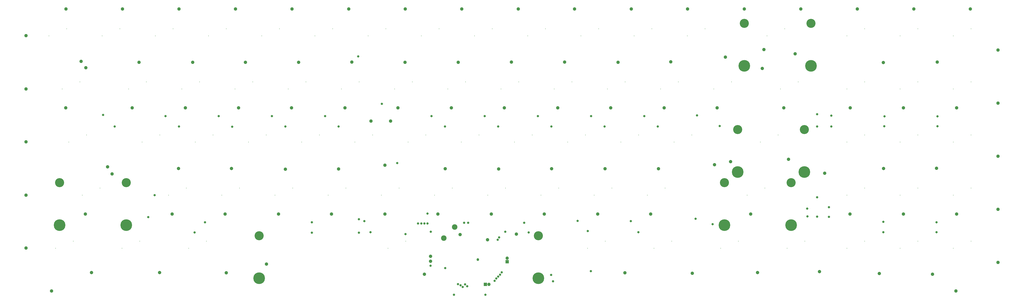
<source format=gts>
G04*
G04 #@! TF.GenerationSoftware,Altium Limited,Altium Designer,20.1.14 (287)*
G04*
G04 Layer_Color=8388736*
%FSLAX25Y25*%
%MOIN*%
G70*
G04*
G04 #@! TF.SameCoordinates,F18565B3-5AEE-427A-983D-E8141EFD77F9*
G04*
G04*
G04 #@! TF.FilePolarity,Negative*
G04*
G01*
G75*
%ADD12C,0.00800*%
%ADD13C,0.12800*%
%ADD14C,0.16500*%
%ADD15C,0.07800*%
%ADD16C,0.04737*%
%ADD17R,0.04737X0.04737*%
%ADD18R,0.04737X0.04737*%
%ADD19C,0.03200*%
%ADD20C,0.04800*%
%ADD21C,0.03800*%
D12*
X121131Y371129D02*
D03*
X146131Y381129D02*
D03*
X221131D02*
D03*
X196131Y371129D02*
D03*
X271131D02*
D03*
X296131Y381129D02*
D03*
X371131D02*
D03*
X346131Y371129D02*
D03*
X421125D02*
D03*
X446125Y381129D02*
D03*
X521129Y381132D02*
D03*
X496129Y371132D02*
D03*
X646133Y371129D02*
D03*
X671133Y381129D02*
D03*
X746133D02*
D03*
X721133Y371129D02*
D03*
X796133D02*
D03*
X821133Y381129D02*
D03*
X896133D02*
D03*
X871133Y371129D02*
D03*
X946133D02*
D03*
X971133Y381129D02*
D03*
X1083633D02*
D03*
X1058633Y371129D02*
D03*
X1171133D02*
D03*
X1196133Y381129D02*
D03*
X1271130Y381131D02*
D03*
X1246130Y371131D02*
D03*
X1321133Y371129D02*
D03*
X1346133Y381129D02*
D03*
X99253Y231125D02*
D03*
X74253Y221125D02*
D03*
X177379Y221126D02*
D03*
X202379Y231126D02*
D03*
X277379D02*
D03*
X252379Y221126D02*
D03*
X327379D02*
D03*
X352379Y231126D02*
D03*
X427379Y231126D02*
D03*
X402379Y221126D02*
D03*
X477379Y221127D02*
D03*
X502379Y231126D02*
D03*
X577379D02*
D03*
X552379Y221127D02*
D03*
X627379D02*
D03*
X652379Y231126D02*
D03*
X727379D02*
D03*
X702379Y221127D02*
D03*
X777379D02*
D03*
X802379Y231126D02*
D03*
X877379D02*
D03*
X852379Y221127D02*
D03*
X927379D02*
D03*
X952379Y231126D02*
D03*
X1074253D02*
D03*
X1049253Y221127D02*
D03*
X1086753Y71127D02*
D03*
X1111753Y81127D02*
D03*
X1196133Y231129D02*
D03*
X1171133Y221129D02*
D03*
X1246133D02*
D03*
X1271133Y231129D02*
D03*
X1346133Y231129D02*
D03*
X1321133Y221129D02*
D03*
X55503Y71126D02*
D03*
X80503Y81126D02*
D03*
X174254Y81126D02*
D03*
X149254Y71126D02*
D03*
X243004Y71126D02*
D03*
X268004Y81126D02*
D03*
X549253Y81127D02*
D03*
X524253Y71127D02*
D03*
X805505D02*
D03*
X830505Y81127D02*
D03*
X924253D02*
D03*
X899253Y71127D02*
D03*
X993005D02*
D03*
X1018005Y81127D02*
D03*
X1196133Y81129D02*
D03*
X1171133Y71129D02*
D03*
X1321133Y71129D02*
D03*
X1346133Y81129D02*
D03*
X71128Y381131D02*
D03*
X46128Y371131D02*
D03*
X1246133Y71129D02*
D03*
X1271133Y81129D02*
D03*
X596133Y381129D02*
D03*
X571133Y371129D02*
D03*
X158631Y296129D02*
D03*
X183631Y306129D02*
D03*
X233631Y296129D02*
D03*
X258631Y306129D02*
D03*
X308631Y296129D02*
D03*
X333631Y306129D02*
D03*
X383632Y296129D02*
D03*
X408632Y306129D02*
D03*
X458633Y296129D02*
D03*
X483633Y306129D02*
D03*
X608633Y296129D02*
D03*
X633633Y306129D02*
D03*
X683633Y296129D02*
D03*
X708633Y306129D02*
D03*
X758633Y296129D02*
D03*
X783633Y306129D02*
D03*
X833633Y296129D02*
D03*
X858633Y306129D02*
D03*
X908633Y296129D02*
D03*
X933633Y306129D02*
D03*
X983633Y296129D02*
D03*
X1008633Y306129D02*
D03*
X1077379Y296127D02*
D03*
X1102379Y306126D02*
D03*
X1171133Y296129D02*
D03*
X1196133Y306129D02*
D03*
X1246133Y296129D02*
D03*
X1271133Y306129D02*
D03*
X1321133Y296129D02*
D03*
X1346133Y306129D02*
D03*
X93003Y146126D02*
D03*
X118003Y156126D02*
D03*
X214879Y146126D02*
D03*
X239879Y156126D02*
D03*
X289879Y146126D02*
D03*
X314879Y156126D02*
D03*
X364879Y146126D02*
D03*
X389879Y156126D02*
D03*
X439879Y146127D02*
D03*
X464879Y156127D02*
D03*
X514879Y146127D02*
D03*
X539879Y156127D02*
D03*
X589879Y146127D02*
D03*
X614879Y156127D02*
D03*
X664879Y146127D02*
D03*
X689879Y156127D02*
D03*
X739879Y146127D02*
D03*
X764879Y156127D02*
D03*
X814879Y146127D02*
D03*
X839879Y156127D02*
D03*
X889879Y146127D02*
D03*
X914879Y156127D02*
D03*
X1030505Y146127D02*
D03*
X1055505Y156127D02*
D03*
X1171133Y146129D02*
D03*
X1196133Y156129D02*
D03*
X1246133Y146129D02*
D03*
X1271133Y156129D02*
D03*
X1321133Y146129D02*
D03*
X1346133Y156129D02*
D03*
X64878Y296126D02*
D03*
X89878Y306126D02*
D03*
X533633Y296129D02*
D03*
X558633Y306129D02*
D03*
D13*
X342378Y88627D02*
D03*
X736128D02*
D03*
X61003Y163626D02*
D03*
X155003D02*
D03*
X998505Y163627D02*
D03*
X1092505D02*
D03*
X1017253Y238627D02*
D03*
X1111253D02*
D03*
X1026633Y388629D02*
D03*
X1120633D02*
D03*
D14*
X342378Y28627D02*
D03*
X736128D02*
D03*
X61003Y103626D02*
D03*
X155003D02*
D03*
X998505Y103627D02*
D03*
X1092505D02*
D03*
X1017253Y178627D02*
D03*
X1111253D02*
D03*
X1026633Y328628D02*
D03*
X1120633D02*
D03*
D15*
X618110Y101181D02*
D03*
X602756Y85433D02*
D03*
D16*
X692126Y56968D02*
D03*
X666535Y20079D02*
D03*
D17*
X692126Y51968D02*
D03*
D18*
X661535Y20079D02*
D03*
D19*
X635805Y17244D02*
D03*
X617323Y5512D02*
D03*
X661417D02*
D03*
X195276Y146063D02*
D03*
X186221Y114961D02*
D03*
X1115354Y116142D02*
D03*
X579921Y120079D02*
D03*
X810236Y38583D02*
D03*
X579921Y105905D02*
D03*
X122441Y259449D02*
D03*
X138976Y242913D02*
D03*
X210630Y257874D02*
D03*
X229528Y242913D02*
D03*
X266142Y107874D02*
D03*
X304523Y242761D02*
D03*
X285625Y257722D02*
D03*
X379528Y242913D02*
D03*
X360630Y257874D02*
D03*
X454521Y242913D02*
D03*
X435623Y257874D02*
D03*
X604529Y242913D02*
D03*
X585631Y257874D02*
D03*
X679529Y242913D02*
D03*
X660631Y257874D02*
D03*
X754529Y242913D02*
D03*
X735631Y257874D02*
D03*
X829529Y242913D02*
D03*
X810631Y257874D02*
D03*
X904529Y242913D02*
D03*
X885631Y257874D02*
D03*
X499606Y93701D02*
D03*
X791339Y109843D02*
D03*
X866535Y109251D02*
D03*
X1145669Y115354D02*
D03*
X1223816Y243310D02*
D03*
X1298819Y243307D02*
D03*
X1222441Y93701D02*
D03*
X1297441D02*
D03*
X981890Y105118D02*
D03*
X957874Y112598D02*
D03*
X959842Y258661D02*
D03*
X991732Y243701D02*
D03*
X1129134Y115748D02*
D03*
Y142913D02*
D03*
Y242913D02*
D03*
X1145669Y129134D02*
D03*
X678740Y83071D02*
D03*
X680709Y86221D02*
D03*
X689370Y94488D02*
D03*
X637008Y107087D02*
D03*
X631496D02*
D03*
X877165Y93701D02*
D03*
X805906Y95276D02*
D03*
X756693Y24409D02*
D03*
X754331Y33465D02*
D03*
X537008Y191339D02*
D03*
X548807Y90945D02*
D03*
X584646Y94488D02*
D03*
X482283Y342126D02*
D03*
X566535Y105905D02*
D03*
X575591D02*
D03*
X571260D02*
D03*
X1115256Y127165D02*
D03*
X1149213Y242913D02*
D03*
Y258268D02*
D03*
X1224016Y257480D02*
D03*
X1222441Y108268D02*
D03*
X1297638Y107874D02*
D03*
X1298819Y257480D02*
D03*
X416929Y107874D02*
D03*
Y92913D02*
D03*
X483071D02*
D03*
Y112205D02*
D03*
X490945Y109449D02*
D03*
X722441Y93307D02*
D03*
X716142Y107087D02*
D03*
X251575Y93307D02*
D03*
X684646Y37008D02*
D03*
X682283Y33858D02*
D03*
X679528Y31102D02*
D03*
X676772Y28346D02*
D03*
X674409Y25197D02*
D03*
X629472Y16402D02*
D03*
X626353Y18809D02*
D03*
X632676Y20079D02*
D03*
X622835Y20472D02*
D03*
X584252Y46457D02*
D03*
X604724Y42913D02*
D03*
X1129134Y260236D02*
D03*
X515354Y275197D02*
D03*
D20*
X575453Y34455D02*
D03*
X664373Y83003D02*
D03*
X1291778Y34304D02*
D03*
X1216866Y35398D02*
D03*
X1132420Y38118D02*
D03*
X1045024Y36656D02*
D03*
X953242Y35771D02*
D03*
X858304Y36271D02*
D03*
X296000Y36456D02*
D03*
X91568Y334944D02*
D03*
X173183Y333723D02*
D03*
X248835Y333626D02*
D03*
X323315Y333723D02*
D03*
X398185Y333675D02*
D03*
X473056Y333919D02*
D03*
X548073Y333870D02*
D03*
X623237Y333675D02*
D03*
X698156Y333968D02*
D03*
X773026Y333968D02*
D03*
X848385Y333821D02*
D03*
X922767Y334261D02*
D03*
X999787Y341147D02*
D03*
X1054242Y351599D02*
D03*
X1098197Y345884D02*
D03*
X1222493Y333333D02*
D03*
X1298584Y334114D02*
D03*
X1297591Y184163D02*
D03*
X1222987Y183604D02*
D03*
X1088943Y196564D02*
D03*
X984403Y188980D02*
D03*
X905340Y183356D02*
D03*
X830038Y183499D02*
D03*
X754915Y183284D02*
D03*
X680115Y183212D02*
D03*
X604885Y183248D02*
D03*
X519898Y188404D02*
D03*
X454635Y183041D02*
D03*
X379523Y182861D02*
D03*
X303448Y183642D02*
D03*
X228877Y183642D02*
D03*
X128762Y186026D02*
D03*
X106325Y36655D02*
D03*
X202031Y36568D02*
D03*
X1384027Y350892D02*
D03*
X1345236Y409027D02*
D03*
X1265549Y409058D02*
D03*
X1185861Y409027D02*
D03*
X1106174Y409058D02*
D03*
X1051968Y325197D02*
D03*
X1384027Y275892D02*
D03*
X1325984Y269291D02*
D03*
X1250787D02*
D03*
X1384058Y200892D02*
D03*
X1175984Y269291D02*
D03*
X1082283D02*
D03*
X1026486Y409058D02*
D03*
X946502D02*
D03*
X867111Y409027D02*
D03*
X787127Y409058D02*
D03*
X707736Y409027D02*
D03*
X988189Y269291D02*
D03*
X913386D02*
D03*
X1007087Y193307D02*
D03*
X838189Y269291D02*
D03*
X763386D02*
D03*
X688189D02*
D03*
X1384027Y125893D02*
D03*
X1325984Y119291D02*
D03*
X1250787D02*
D03*
X1384058Y50893D02*
D03*
X1139764Y177165D02*
D03*
X1175591Y119291D02*
D03*
X1324764Y10742D02*
D03*
X1035433Y119291D02*
D03*
X894488D02*
D03*
X819685D02*
D03*
X744488D02*
D03*
X669685D02*
D03*
X705118Y90945D02*
D03*
X628049Y409058D02*
D03*
X548361D02*
D03*
X613386Y269291D02*
D03*
X468674Y409027D02*
D03*
X388986D02*
D03*
X538189Y269291D02*
D03*
X527953Y250787D02*
D03*
X463386Y269291D02*
D03*
X388189D02*
D03*
X500000Y250787D02*
D03*
X309002Y409058D02*
D03*
X229611Y409027D02*
D03*
X149924Y409058D02*
D03*
X70236Y409027D02*
D03*
X13973Y371367D02*
D03*
X98032Y325984D02*
D03*
X313386Y269291D02*
D03*
X238583D02*
D03*
X163386D02*
D03*
X13942Y296065D02*
D03*
X69685Y269291D02*
D03*
X13973Y221362D02*
D03*
X594488Y119291D02*
D03*
X519685D02*
D03*
X444488D02*
D03*
X369685D02*
D03*
X294488D02*
D03*
X352756Y48819D02*
D03*
X135039Y175984D02*
D03*
X13942Y146065D02*
D03*
X219685Y119291D02*
D03*
X97638D02*
D03*
X13973Y71362D02*
D03*
X49764Y10742D02*
D03*
X625984Y90551D02*
D03*
X584252Y59842D02*
D03*
Y52756D02*
D03*
D21*
X650787Y55118D02*
D03*
M02*

</source>
